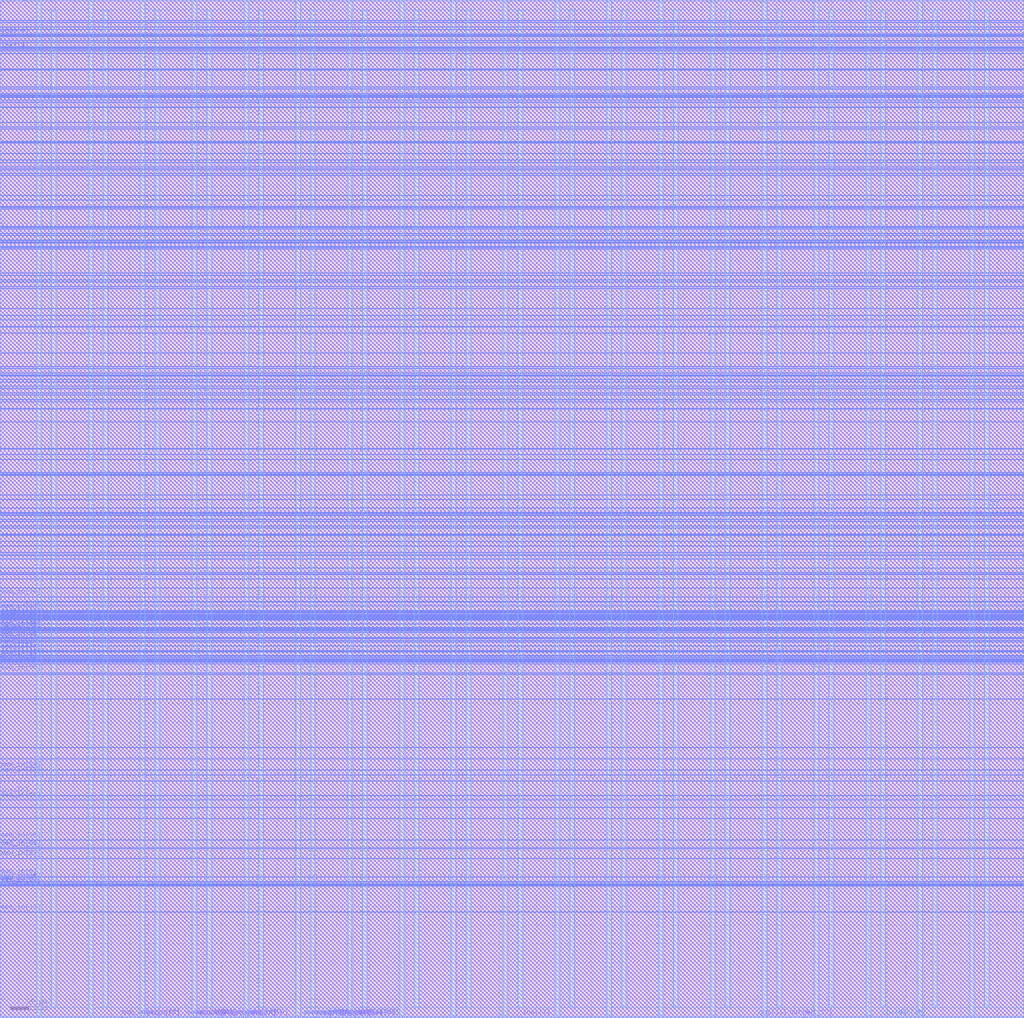
<source format=lef>
##
## LEF for PtnCells ;
## created by Innovus v15.23-s045_1 on Fri Mar  7 16:13:28 2025
##

VERSION 5.8 ;

BUSBITCHARS "[]" ;
DIVIDERCHAR "/" ;

MACRO fullchip
  CLASS BLOCK ;
  SIZE 554.0000 BY 551.0000 ;
  FOREIGN fullchip 0.0000 0.0000 ;
  ORIGIN 0 0 ;
  SYMMETRY X Y R90 ;
  PIN clk
    DIRECTION INPUT ;
    USE SIGNAL ;
    PORT
      LAYER M3 ;
        RECT 553.4800 275.7500 554.0000 275.8500 ;
    END
  END clk
  PIN mem_in[63]
    DIRECTION INPUT ;
    USE SIGNAL ;
    PORT
      LAYER M3 ;
        RECT 0.0000 217.1500 0.5200 217.2500 ;
    END
  END mem_in[63]
  PIN mem_in[62]
    DIRECTION INPUT ;
    USE SIGNAL ;
    PORT
      LAYER M3 ;
        RECT 0.0000 72.1500 0.5200 72.2500 ;
    END
  END mem_in[62]
  PIN mem_in[61]
    DIRECTION INPUT ;
    USE SIGNAL ;
    PORT
      LAYER M2 ;
        RECT 178.0500 0.0000 178.1500 0.5200 ;
    END
  END mem_in[61]
  PIN mem_in[60]
    DIRECTION INPUT ;
    USE SIGNAL ;
    PORT
      LAYER M3 ;
        RECT 0.0000 117.9500 0.5200 118.0500 ;
    END
  END mem_in[60]
  PIN mem_in[59]
    DIRECTION INPUT ;
    USE SIGNAL ;
    PORT
      LAYER M3 ;
        RECT 0.0000 215.9500 0.5200 216.0500 ;
    END
  END mem_in[59]
  PIN mem_in[58]
    DIRECTION INPUT ;
    USE SIGNAL ;
    PORT
      LAYER M3 ;
        RECT 0.0000 205.1500 0.5200 205.2500 ;
    END
  END mem_in[58]
  PIN mem_in[57]
    DIRECTION INPUT ;
    USE SIGNAL ;
    PORT
      LAYER M3 ;
        RECT 0.0000 86.1500 0.5200 86.2500 ;
    END
  END mem_in[57]
  PIN mem_in[56]
    DIRECTION INPUT ;
    USE SIGNAL ;
    PORT
      LAYER M3 ;
        RECT 0.0000 186.5500 0.5200 186.6500 ;
    END
  END mem_in[56]
  PIN mem_in[55]
    DIRECTION INPUT ;
    USE SIGNAL ;
    PORT
      LAYER M3 ;
        RECT 0.0000 91.5500 0.5200 91.6500 ;
    END
  END mem_in[55]
  PIN mem_in[54]
    DIRECTION INPUT ;
    USE SIGNAL ;
    PORT
      LAYER M3 ;
        RECT 0.0000 134.1500 0.5200 134.2500 ;
    END
  END mem_in[54]
  PIN mem_in[53]
    DIRECTION INPUT ;
    USE SIGNAL ;
    PORT
      LAYER M2 ;
        RECT 100.6500 0.0000 100.7500 0.5200 ;
    END
  END mem_in[53]
  PIN mem_in[52]
    DIRECTION INPUT ;
    USE SIGNAL ;
    PORT
      LAYER M2 ;
        RECT 164.8500 0.0000 164.9500 0.5200 ;
    END
  END mem_in[52]
  PIN mem_in[51]
    DIRECTION INPUT ;
    USE SIGNAL ;
    PORT
      LAYER M2 ;
        RECT 185.2500 0.0000 185.3500 0.5200 ;
    END
  END mem_in[51]
  PIN mem_in[50]
    DIRECTION INPUT ;
    USE SIGNAL ;
    PORT
      LAYER M2 ;
        RECT 194.2500 0.0000 194.3500 0.5200 ;
    END
  END mem_in[50]
  PIN mem_in[49]
    DIRECTION INPUT ;
    USE SIGNAL ;
    PORT
      LAYER M2 ;
        RECT 106.4500 0.0000 106.5500 0.5200 ;
    END
  END mem_in[49]
  PIN mem_in[48]
    DIRECTION INPUT ;
    USE SIGNAL ;
    PORT
      LAYER M2 ;
        RECT 123.0500 0.0000 123.1500 0.5200 ;
    END
  END mem_in[48]
  PIN mem_in[47]
    DIRECTION INPUT ;
    USE SIGNAL ;
    PORT
      LAYER M3 ;
        RECT 0.0000 201.1500 0.5200 201.2500 ;
    END
  END mem_in[47]
  PIN mem_in[46]
    DIRECTION INPUT ;
    USE SIGNAL ;
    PORT
      LAYER M3 ;
        RECT 0.0000 216.5500 0.5200 216.6500 ;
    END
  END mem_in[46]
  PIN mem_in[45]
    DIRECTION INPUT ;
    USE SIGNAL ;
    PORT
      LAYER M2 ;
        RECT 192.4500 0.0000 192.5500 0.5200 ;
    END
  END mem_in[45]
  PIN mem_in[44]
    DIRECTION INPUT ;
    USE SIGNAL ;
    PORT
      LAYER M3 ;
        RECT 0.0000 215.5500 0.5200 215.6500 ;
    END
  END mem_in[44]
  PIN mem_in[43]
    DIRECTION INPUT ;
    USE SIGNAL ;
    PORT
      LAYER M3 ;
        RECT 0.0000 209.7500 0.5200 209.8500 ;
    END
  END mem_in[43]
  PIN mem_in[42]
    DIRECTION INPUT ;
    USE SIGNAL ;
    PORT
      LAYER M3 ;
        RECT 0.0000 194.9500 0.5200 195.0500 ;
    END
  END mem_in[42]
  PIN mem_in[41]
    DIRECTION INPUT ;
    USE SIGNAL ;
    PORT
      LAYER M2 ;
        RECT 75.6500 0.0000 75.7500 0.5200 ;
    END
  END mem_in[41]
  PIN mem_in[40]
    DIRECTION INPUT ;
    USE SIGNAL ;
    PORT
      LAYER M2 ;
        RECT 119.6500 0.0000 119.7500 0.5200 ;
    END
  END mem_in[40]
  PIN mem_in[39]
    DIRECTION INPUT ;
    USE SIGNAL ;
    PORT
      LAYER M3 ;
        RECT 0.0000 211.1500 0.5200 211.2500 ;
    END
  END mem_in[39]
  PIN mem_in[38]
    DIRECTION INPUT ;
    USE SIGNAL ;
    PORT
      LAYER M2 ;
        RECT 134.0500 0.0000 134.1500 0.5200 ;
    END
  END mem_in[38]
  PIN mem_in[37]
    DIRECTION INPUT ;
    USE SIGNAL ;
    PORT
      LAYER M2 ;
        RECT 105.8500 0.0000 105.9500 0.5200 ;
    END
  END mem_in[37]
  PIN mem_in[36]
    DIRECTION INPUT ;
    USE SIGNAL ;
    PORT
      LAYER M3 ;
        RECT 0.0000 205.7500 0.5200 205.8500 ;
    END
  END mem_in[36]
  PIN mem_in[35]
    DIRECTION INPUT ;
    USE SIGNAL ;
    PORT
      LAYER M3 ;
        RECT 0.0000 96.1500 0.5200 96.2500 ;
    END
  END mem_in[35]
  PIN mem_in[34]
    DIRECTION INPUT ;
    USE SIGNAL ;
    PORT
      LAYER M2 ;
        RECT 127.6500 0.0000 127.7500 0.5200 ;
    END
  END mem_in[34]
  PIN mem_in[33]
    DIRECTION INPUT ;
    USE SIGNAL ;
    PORT
      LAYER M3 ;
        RECT 0.0000 210.1500 0.5200 210.2500 ;
    END
  END mem_in[33]
  PIN mem_in[32]
    DIRECTION INPUT ;
    USE SIGNAL ;
    PORT
      LAYER M2 ;
        RECT 104.2500 0.0000 104.3500 0.5200 ;
    END
  END mem_in[32]
  PIN mem_in[31]
    DIRECTION INPUT ;
    USE SIGNAL ;
    PORT
      LAYER M2 ;
        RECT 187.4500 0.0000 187.5500 0.5200 ;
    END
  END mem_in[31]
  PIN mem_in[30]
    DIRECTION INPUT ;
    USE SIGNAL ;
    PORT
      LAYER M2 ;
        RECT 191.8500 0.0000 191.9500 0.5200 ;
    END
  END mem_in[30]
  PIN mem_in[29]
    DIRECTION INPUT ;
    USE SIGNAL ;
    PORT
      LAYER M3 ;
        RECT 0.0000 197.9500 0.5200 198.0500 ;
    END
  END mem_in[29]
  PIN mem_in[28]
    DIRECTION INPUT ;
    USE SIGNAL ;
    PORT
      LAYER M3 ;
        RECT 0.0000 131.3500 0.5200 131.4500 ;
    END
  END mem_in[28]
  PIN mem_in[27]
    DIRECTION INPUT ;
    USE SIGNAL ;
    PORT
      LAYER M2 ;
        RECT 181.6500 0.0000 181.7500 0.5200 ;
    END
  END mem_in[27]
  PIN mem_in[26]
    DIRECTION INPUT ;
    USE SIGNAL ;
    PORT
      LAYER M2 ;
        RECT 167.8500 0.0000 167.9500 0.5200 ;
    END
  END mem_in[26]
  PIN mem_in[25]
    DIRECTION INPUT ;
    USE SIGNAL ;
    PORT
      LAYER M3 ;
        RECT 0.0000 219.3500 0.5200 219.4500 ;
    END
  END mem_in[25]
  PIN mem_in[24]
    DIRECTION INPUT ;
    USE SIGNAL ;
    PORT
      LAYER M3 ;
        RECT 0.0000 210.5500 0.5200 210.6500 ;
    END
  END mem_in[24]
  PIN mem_in[23]
    DIRECTION INPUT ;
    USE SIGNAL ;
    PORT
      LAYER M3 ;
        RECT 0.0000 209.3500 0.5200 209.4500 ;
    END
  END mem_in[23]
  PIN mem_in[22]
    DIRECTION INPUT ;
    USE SIGNAL ;
    PORT
      LAYER M2 ;
        RECT 65.4500 0.0000 65.5500 0.5200 ;
    END
  END mem_in[22]
  PIN mem_in[21]
    DIRECTION INPUT ;
    USE SIGNAL ;
    PORT
      LAYER M3 ;
        RECT 0.0000 91.9500 0.5200 92.0500 ;
    END
  END mem_in[21]
  PIN mem_in[20]
    DIRECTION INPUT ;
    USE SIGNAL ;
    PORT
      LAYER M3 ;
        RECT 0.0000 71.7500 0.5200 71.8500 ;
    END
  END mem_in[20]
  PIN mem_in[19]
    DIRECTION INPUT ;
    USE SIGNAL ;
    PORT
      LAYER M3 ;
        RECT 0.0000 191.5500 0.5200 191.6500 ;
    END
  END mem_in[19]
  PIN mem_in[18]
    DIRECTION INPUT ;
    USE SIGNAL ;
    PORT
      LAYER M3 ;
        RECT 0.0000 227.7500 0.5200 227.8500 ;
    END
  END mem_in[18]
  PIN mem_in[17]
    DIRECTION INPUT ;
    USE SIGNAL ;
    PORT
      LAYER M2 ;
        RECT 169.2500 0.0000 169.3500 0.5200 ;
    END
  END mem_in[17]
  PIN mem_in[16]
    DIRECTION INPUT ;
    USE SIGNAL ;
    PORT
      LAYER M3 ;
        RECT 0.0000 213.1500 0.5200 213.2500 ;
    END
  END mem_in[16]
  PIN mem_in[15]
    DIRECTION INPUT ;
    USE SIGNAL ;
    PORT
      LAYER M3 ;
        RECT 0.0000 73.7500 0.5200 73.8500 ;
    END
  END mem_in[15]
  PIN mem_in[14]
    DIRECTION INPUT ;
    USE SIGNAL ;
    PORT
      LAYER M3 ;
        RECT 0.0000 220.3500 0.5200 220.4500 ;
    END
  END mem_in[14]
  PIN mem_in[13]
    DIRECTION INPUT ;
    USE SIGNAL ;
    PORT
      LAYER M3 ;
        RECT 0.0000 57.1500 0.5200 57.2500 ;
    END
  END mem_in[13]
  PIN mem_in[12]
    DIRECTION INPUT ;
    USE SIGNAL ;
    PORT
      LAYER M2 ;
        RECT 171.2500 0.0000 171.3500 0.5200 ;
    END
  END mem_in[12]
  PIN mem_in[11]
    DIRECTION INPUT ;
    USE SIGNAL ;
    PORT
      LAYER M3 ;
        RECT 0.0000 204.1500 0.5200 204.2500 ;
    END
  END mem_in[11]
  PIN mem_in[10]
    DIRECTION INPUT ;
    USE SIGNAL ;
    PORT
      LAYER M2 ;
        RECT 164.2500 0.0000 164.3500 0.5200 ;
    END
  END mem_in[10]
  PIN mem_in[9]
    DIRECTION INPUT ;
    USE SIGNAL ;
    PORT
      LAYER M2 ;
        RECT 133.0500 0.0000 133.1500 0.5200 ;
    END
  END mem_in[9]
  PIN mem_in[8]
    DIRECTION INPUT ;
    USE SIGNAL ;
    PORT
      LAYER M2 ;
        RECT 77.6500 0.0000 77.7500 0.5200 ;
    END
  END mem_in[8]
  PIN mem_in[7]
    DIRECTION INPUT ;
    USE SIGNAL ;
    PORT
      LAYER M3 ;
        RECT 0.0000 203.3500 0.5200 203.4500 ;
    END
  END mem_in[7]
  PIN mem_in[6]
    DIRECTION INPUT ;
    USE SIGNAL ;
    PORT
      LAYER M3 ;
        RECT 0.0000 76.1500 0.5200 76.2500 ;
    END
  END mem_in[6]
  PIN mem_in[5]
    DIRECTION INPUT ;
    USE SIGNAL ;
    PORT
      LAYER M3 ;
        RECT 0.0000 72.7500 0.5200 72.8500 ;
    END
  END mem_in[5]
  PIN mem_in[4]
    DIRECTION INPUT ;
    USE SIGNAL ;
    PORT
      LAYER M4 ;
        RECT 164.8500 0.0000 164.9500 0.5200 ;
    END
  END mem_in[4]
  PIN mem_in[3]
    DIRECTION INPUT ;
    USE SIGNAL ;
    PORT
      LAYER M3 ;
        RECT 0.0000 208.3500 0.5200 208.4500 ;
    END
  END mem_in[3]
  PIN mem_in[2]
    DIRECTION INPUT ;
    USE SIGNAL ;
    PORT
      LAYER M3 ;
        RECT 0.0000 193.5500 0.5200 193.6500 ;
    END
  END mem_in[2]
  PIN mem_in[1]
    DIRECTION INPUT ;
    USE SIGNAL ;
    PORT
      LAYER M3 ;
        RECT 0.0000 215.1500 0.5200 215.2500 ;
    END
  END mem_in[1]
  PIN mem_in[0]
    DIRECTION INPUT ;
    USE SIGNAL ;
    PORT
      LAYER M3 ;
        RECT 0.0000 71.3500 0.5200 71.4500 ;
    END
  END mem_in[0]
  PIN inst[16]
    DIRECTION INPUT ;
    USE SIGNAL ;
    PORT
      LAYER M3 ;
        RECT 553.4800 304.7500 554.0000 304.8500 ;
    END
  END inst[16]
  PIN inst[15]
    DIRECTION INPUT ;
    USE SIGNAL ;
    PORT
      LAYER M3 ;
        RECT 0.0000 198.3500 0.5200 198.4500 ;
    END
  END inst[15]
  PIN inst[14]
    DIRECTION INPUT ;
    USE SIGNAL ;
    PORT
      LAYER M3 ;
        RECT 0.0000 195.9500 0.5200 196.0500 ;
    END
  END inst[14]
  PIN inst[13]
    DIRECTION INPUT ;
    USE SIGNAL ;
    PORT
      LAYER M3 ;
        RECT 0.0000 195.3500 0.5200 195.4500 ;
    END
  END inst[13]
  PIN inst[12]
    DIRECTION INPUT ;
    USE SIGNAL ;
    PORT
      LAYER M3 ;
        RECT 0.0000 198.7500 0.5200 198.8500 ;
    END
  END inst[12]
  PIN inst[11]
    DIRECTION INPUT ;
    USE SIGNAL ;
    PORT
      LAYER M2 ;
        RECT 268.2500 550.4800 268.3500 551.0000 ;
    END
  END inst[11]
  PIN inst[10]
    DIRECTION INPUT ;
    USE SIGNAL ;
    PORT
      LAYER M2 ;
        RECT 269.2500 550.4800 269.3500 551.0000 ;
    END
  END inst[10]
  PIN inst[9]
    DIRECTION INPUT ;
    USE SIGNAL ;
    PORT
      LAYER M2 ;
        RECT 280.2500 550.4800 280.3500 551.0000 ;
    END
  END inst[9]
  PIN inst[8]
    DIRECTION INPUT ;
    USE SIGNAL ;
    PORT
      LAYER M2 ;
        RECT 280.8500 550.4800 280.9500 551.0000 ;
    END
  END inst[8]
  PIN inst[7]
    DIRECTION INPUT ;
    USE SIGNAL ;
    PORT
      LAYER M2 ;
        RECT 282.4500 0.0000 282.5500 0.5200 ;
    END
  END inst[7]
  PIN inst[6]
    DIRECTION INPUT ;
    USE SIGNAL ;
    PORT
      LAYER M3 ;
        RECT 0.0000 120.3500 0.5200 120.4500 ;
    END
  END inst[6]
  PIN inst[5]
    DIRECTION INPUT ;
    USE SIGNAL ;
    PORT
      LAYER M3 ;
        RECT 0.0000 523.7500 0.5200 523.8500 ;
    END
  END inst[5]
  PIN inst[4]
    DIRECTION INPUT ;
    USE SIGNAL ;
    PORT
      LAYER M3 ;
        RECT 0.0000 523.3500 0.5200 523.4500 ;
    END
  END inst[4]
  PIN inst[3]
    DIRECTION INPUT ;
    USE SIGNAL ;
    PORT
      LAYER M2 ;
        RECT 12.4500 550.4800 12.5500 551.0000 ;
    END
  END inst[3]
  PIN inst[2]
    DIRECTION INPUT ;
    USE SIGNAL ;
    PORT
      LAYER M2 ;
        RECT 13.2500 550.4800 13.3500 551.0000 ;
    END
  END inst[2]
  PIN inst[1]
    DIRECTION INPUT ;
    USE SIGNAL ;
    PORT
      LAYER M3 ;
        RECT 0.0000 530.9500 0.5200 531.0500 ;
    END
  END inst[1]
  PIN inst[0]
    DIRECTION INPUT ;
    USE SIGNAL ;
    PORT
      LAYER M3 ;
        RECT 0.0000 531.9500 0.5200 532.0500 ;
    END
  END inst[0]
  PIN reset
    DIRECTION INPUT ;
    USE SIGNAL ;
    PORT
      LAYER M2 ;
        RECT 276.6500 550.4800 276.7500 551.0000 ;
    END
  END reset
  PIN out[159]
    DIRECTION OUTPUT ;
    USE SIGNAL ;
    PORT
      LAYER M3 ;
        RECT 553.4800 344.1500 554.0000 344.2500 ;
    END
  END out[159]
  PIN out[158]
    DIRECTION OUTPUT ;
    USE SIGNAL ;
    PORT
      LAYER M3 ;
        RECT 553.4800 338.1500 554.0000 338.2500 ;
    END
  END out[158]
  PIN out[157]
    DIRECTION OUTPUT ;
    USE SIGNAL ;
    PORT
      LAYER M3 ;
        RECT 553.4800 374.1500 554.0000 374.2500 ;
    END
  END out[157]
  PIN out[156]
    DIRECTION OUTPUT ;
    USE SIGNAL ;
    PORT
      LAYER M3 ;
        RECT 553.4800 370.5500 554.0000 370.6500 ;
    END
  END out[156]
  PIN out[155]
    DIRECTION OUTPUT ;
    USE SIGNAL ;
    PORT
      LAYER M3 ;
        RECT 553.4800 329.7500 554.0000 329.8500 ;
    END
  END out[155]
  PIN out[154]
    DIRECTION OUTPUT ;
    USE SIGNAL ;
    PORT
      LAYER M3 ;
        RECT 553.4800 308.1500 554.0000 308.2500 ;
    END
  END out[154]
  PIN out[153]
    DIRECTION OUTPUT ;
    USE SIGNAL ;
    PORT
      LAYER M3 ;
        RECT 553.4800 334.5500 554.0000 334.6500 ;
    END
  END out[153]
  PIN out[152]
    DIRECTION OUTPUT ;
    USE SIGNAL ;
    PORT
      LAYER M3 ;
        RECT 553.4800 399.3500 554.0000 399.4500 ;
    END
  END out[152]
  PIN out[151]
    DIRECTION OUTPUT ;
    USE SIGNAL ;
    PORT
      LAYER M3 ;
        RECT 553.4800 383.7500 554.0000 383.8500 ;
    END
  END out[151]
  PIN out[150]
    DIRECTION OUTPUT ;
    USE SIGNAL ;
    PORT
      LAYER M3 ;
        RECT 553.4800 333.3500 554.0000 333.4500 ;
    END
  END out[150]
  PIN out[149]
    DIRECTION OUTPUT ;
    USE SIGNAL ;
    PORT
      LAYER M3 ;
        RECT 553.4800 417.3500 554.0000 417.4500 ;
    END
  END out[149]
  PIN out[148]
    DIRECTION OUTPUT ;
    USE SIGNAL ;
    PORT
      LAYER M3 ;
        RECT 553.4800 348.9500 554.0000 349.0500 ;
    END
  END out[148]
  PIN out[147]
    DIRECTION OUTPUT ;
    USE SIGNAL ;
    PORT
      LAYER M3 ;
        RECT 553.4800 423.3500 554.0000 423.4500 ;
    END
  END out[147]
  PIN out[146]
    DIRECTION OUTPUT ;
    USE SIGNAL ;
    PORT
      LAYER M3 ;
        RECT 553.4800 329.3500 554.0000 329.4500 ;
    END
  END out[146]
  PIN out[145]
    DIRECTION OUTPUT ;
    USE SIGNAL ;
    PORT
      LAYER M3 ;
        RECT 553.4800 269.7500 554.0000 269.8500 ;
    END
  END out[145]
  PIN out[144]
    DIRECTION OUTPUT ;
    USE SIGNAL ;
    PORT
      LAYER M3 ;
        RECT 553.4800 359.7500 554.0000 359.8500 ;
    END
  END out[144]
  PIN out[143]
    DIRECTION OUTPUT ;
    USE SIGNAL ;
    PORT
      LAYER M3 ;
        RECT 553.4800 307.7500 554.0000 307.8500 ;
    END
  END out[143]
  PIN out[142]
    DIRECTION OUTPUT ;
    USE SIGNAL ;
    PORT
      LAYER M3 ;
        RECT 553.4800 293.7500 554.0000 293.8500 ;
    END
  END out[142]
  PIN out[141]
    DIRECTION OUTPUT ;
    USE SIGNAL ;
    PORT
      LAYER M3 ;
        RECT 553.4800 420.9500 554.0000 421.0500 ;
    END
  END out[141]
  PIN out[140]
    DIRECTION OUTPUT ;
    USE SIGNAL ;
    PORT
      LAYER M3 ;
        RECT 553.4800 345.3500 554.0000 345.4500 ;
    END
  END out[140]
  PIN out[139]
    DIRECTION OUTPUT ;
    USE SIGNAL ;
    PORT
      LAYER M3 ;
        RECT 553.4800 394.5500 554.0000 394.6500 ;
    END
  END out[139]
  PIN out[138]
    DIRECTION OUTPUT ;
    USE SIGNAL ;
    PORT
      LAYER M3 ;
        RECT 553.4800 456.9500 554.0000 457.0500 ;
    END
  END out[138]
  PIN out[137]
    DIRECTION OUTPUT ;
    USE SIGNAL ;
    PORT
      LAYER M3 ;
        RECT 553.4800 402.9500 554.0000 403.0500 ;
    END
  END out[137]
  PIN out[136]
    DIRECTION OUTPUT ;
    USE SIGNAL ;
    PORT
      LAYER M3 ;
        RECT 553.4800 473.7500 554.0000 473.8500 ;
    END
  END out[136]
  PIN out[135]
    DIRECTION OUTPUT ;
    USE SIGNAL ;
    PORT
      LAYER M3 ;
        RECT 553.4800 498.9500 554.0000 499.0500 ;
    END
  END out[135]
  PIN out[134]
    DIRECTION OUTPUT ;
    USE SIGNAL ;
    PORT
      LAYER M3 ;
        RECT 553.4800 480.9500 554.0000 481.0500 ;
    END
  END out[134]
  PIN out[133]
    DIRECTION OUTPUT ;
    USE SIGNAL ;
    PORT
      LAYER M3 ;
        RECT 553.4800 419.7500 554.0000 419.8500 ;
    END
  END out[133]
  PIN out[132]
    DIRECTION OUTPUT ;
    USE SIGNAL ;
    PORT
      LAYER M3 ;
        RECT 553.4800 373.7500 554.0000 373.8500 ;
    END
  END out[132]
  PIN out[131]
    DIRECTION OUTPUT ;
    USE SIGNAL ;
    PORT
      LAYER M3 ;
        RECT 553.4800 464.1500 554.0000 464.2500 ;
    END
  END out[131]
  PIN out[130]
    DIRECTION OUTPUT ;
    USE SIGNAL ;
    PORT
      LAYER M2 ;
        RECT 460.4500 550.4800 460.5500 551.0000 ;
    END
  END out[130]
  PIN out[129]
    DIRECTION OUTPUT ;
    USE SIGNAL ;
    PORT
      LAYER M3 ;
        RECT 553.4800 416.1500 554.0000 416.2500 ;
    END
  END out[129]
  PIN out[128]
    DIRECTION OUTPUT ;
    USE SIGNAL ;
    PORT
      LAYER M3 ;
        RECT 553.4800 532.5500 554.0000 532.6500 ;
    END
  END out[128]
  PIN out[127]
    DIRECTION OUTPUT ;
    USE SIGNAL ;
    PORT
      LAYER M3 ;
        RECT 553.4800 420.5500 554.0000 420.6500 ;
    END
  END out[127]
  PIN out[126]
    DIRECTION OUTPUT ;
    USE SIGNAL ;
    PORT
      LAYER M2 ;
        RECT 510.6500 550.4800 510.7500 551.0000 ;
    END
  END out[126]
  PIN out[125]
    DIRECTION OUTPUT ;
    USE SIGNAL ;
    PORT
      LAYER M3 ;
        RECT 553.4800 524.1500 554.0000 524.2500 ;
    END
  END out[125]
  PIN out[124]
    DIRECTION OUTPUT ;
    USE SIGNAL ;
    PORT
      LAYER M3 ;
        RECT 553.4800 437.7500 554.0000 437.8500 ;
    END
  END out[124]
  PIN out[123]
    DIRECTION OUTPUT ;
    USE SIGNAL ;
    PORT
      LAYER M3 ;
        RECT 553.4800 438.9500 554.0000 439.0500 ;
    END
  END out[123]
  PIN out[122]
    DIRECTION OUTPUT ;
    USE SIGNAL ;
    PORT
      LAYER M3 ;
        RECT 553.4800 495.3500 554.0000 495.4500 ;
    END
  END out[122]
  PIN out[121]
    DIRECTION OUTPUT ;
    USE SIGNAL ;
    PORT
      LAYER M3 ;
        RECT 553.4800 442.5500 554.0000 442.6500 ;
    END
  END out[121]
  PIN out[120]
    DIRECTION OUTPUT ;
    USE SIGNAL ;
    PORT
      LAYER M3 ;
        RECT 553.4800 380.1500 554.0000 380.2500 ;
    END
  END out[120]
  PIN out[119]
    DIRECTION OUTPUT ;
    USE SIGNAL ;
    PORT
      LAYER M3 ;
        RECT 553.4800 264.9500 554.0000 265.0500 ;
    END
  END out[119]
  PIN out[118]
    DIRECTION OUTPUT ;
    USE SIGNAL ;
    PORT
      LAYER M3 ;
        RECT 553.4800 192.9500 554.0000 193.0500 ;
    END
  END out[118]
  PIN out[117]
    DIRECTION OUTPUT ;
    USE SIGNAL ;
    PORT
      LAYER M3 ;
        RECT 553.4800 272.1500 554.0000 272.2500 ;
    END
  END out[117]
  PIN out[116]
    DIRECTION OUTPUT ;
    USE SIGNAL ;
    PORT
      LAYER M3 ;
        RECT 553.4800 219.3500 554.0000 219.4500 ;
    END
  END out[116]
  PIN out[115]
    DIRECTION OUTPUT ;
    USE SIGNAL ;
    PORT
      LAYER M3 ;
        RECT 553.4800 268.5500 554.0000 268.6500 ;
    END
  END out[115]
  PIN out[114]
    DIRECTION OUTPUT ;
    USE SIGNAL ;
    PORT
      LAYER M3 ;
        RECT 553.4800 261.3500 554.0000 261.4500 ;
    END
  END out[114]
  PIN out[113]
    DIRECTION OUTPUT ;
    USE SIGNAL ;
    PORT
      LAYER M3 ;
        RECT 553.4800 293.3500 554.0000 293.4500 ;
    END
  END out[113]
  PIN out[112]
    DIRECTION OUTPUT ;
    USE SIGNAL ;
    PORT
      LAYER M3 ;
        RECT 553.4800 192.5500 554.0000 192.6500 ;
    END
  END out[112]
  PIN out[111]
    DIRECTION OUTPUT ;
    USE SIGNAL ;
    PORT
      LAYER M3 ;
        RECT 553.4800 280.5500 554.0000 280.6500 ;
    END
  END out[111]
  PIN out[110]
    DIRECTION OUTPUT ;
    USE SIGNAL ;
    PORT
      LAYER M3 ;
        RECT 553.4800 322.5500 554.0000 322.6500 ;
    END
  END out[110]
  PIN out[109]
    DIRECTION OUTPUT ;
    USE SIGNAL ;
    PORT
      LAYER M3 ;
        RECT 553.4800 128.1500 554.0000 128.2500 ;
    END
  END out[109]
  PIN out[108]
    DIRECTION OUTPUT ;
    USE SIGNAL ;
    PORT
      LAYER M3 ;
        RECT 553.4800 232.5500 554.0000 232.6500 ;
    END
  END out[108]
  PIN out[107]
    DIRECTION OUTPUT ;
    USE SIGNAL ;
    PORT
      LAYER M3 ;
        RECT 553.4800 215.7500 554.0000 215.8500 ;
    END
  END out[107]
  PIN out[106]
    DIRECTION OUTPUT ;
    USE SIGNAL ;
    PORT
      LAYER M3 ;
        RECT 553.4800 341.7500 554.0000 341.8500 ;
    END
  END out[106]
  PIN out[105]
    DIRECTION OUTPUT ;
    USE SIGNAL ;
    PORT
      LAYER M3 ;
        RECT 553.4800 271.7500 554.0000 271.8500 ;
    END
  END out[105]
  PIN out[104]
    DIRECTION OUTPUT ;
    USE SIGNAL ;
    PORT
      LAYER M3 ;
        RECT 553.4800 185.7500 554.0000 185.8500 ;
    END
  END out[104]
  PIN out[103]
    DIRECTION OUTPUT ;
    USE SIGNAL ;
    PORT
      LAYER M3 ;
        RECT 553.4800 251.7500 554.0000 251.8500 ;
    END
  END out[103]
  PIN out[102]
    DIRECTION OUTPUT ;
    USE SIGNAL ;
    PORT
      LAYER M3 ;
        RECT 553.4800 266.1500 554.0000 266.2500 ;
    END
  END out[102]
  PIN out[101]
    DIRECTION OUTPUT ;
    USE SIGNAL ;
    PORT
      LAYER M3 ;
        RECT 553.4800 282.9500 554.0000 283.0500 ;
    END
  END out[101]
  PIN out[100]
    DIRECTION OUTPUT ;
    USE SIGNAL ;
    PORT
      LAYER M3 ;
        RECT 553.4800 260.9500 554.0000 261.0500 ;
    END
  END out[100]
  PIN out[99]
    DIRECTION OUTPUT ;
    USE SIGNAL ;
    PORT
      LAYER M2 ;
        RECT 519.0500 550.4800 519.1500 551.0000 ;
    END
  END out[99]
  PIN out[98]
    DIRECTION OUTPUT ;
    USE SIGNAL ;
    PORT
      LAYER M3 ;
        RECT 553.4800 498.5500 554.0000 498.6500 ;
    END
  END out[98]
  PIN out[97]
    DIRECTION OUTPUT ;
    USE SIGNAL ;
    PORT
      LAYER M3 ;
        RECT 553.4800 500.1500 554.0000 500.2500 ;
    END
  END out[97]
  PIN out[96]
    DIRECTION OUTPUT ;
    USE SIGNAL ;
    PORT
      LAYER M3 ;
        RECT 553.4800 536.1500 554.0000 536.2500 ;
    END
  END out[96]
  PIN out[95]
    DIRECTION OUTPUT ;
    USE SIGNAL ;
    PORT
      LAYER M2 ;
        RECT 477.2500 550.4800 477.3500 551.0000 ;
    END
  END out[95]
  PIN out[94]
    DIRECTION OUTPUT ;
    USE SIGNAL ;
    PORT
      LAYER M2 ;
        RECT 443.6500 550.4800 443.7500 551.0000 ;
    END
  END out[94]
  PIN out[93]
    DIRECTION OUTPUT ;
    USE SIGNAL ;
    PORT
      LAYER M3 ;
        RECT 553.4800 513.3500 554.0000 513.4500 ;
    END
  END out[93]
  PIN out[92]
    DIRECTION OUTPUT ;
    USE SIGNAL ;
    PORT
      LAYER M3 ;
        RECT 553.4800 538.5500 554.0000 538.6500 ;
    END
  END out[92]
  PIN out[91]
    DIRECTION OUTPUT ;
    USE SIGNAL ;
    PORT
      LAYER M3 ;
        RECT 553.4800 455.7500 554.0000 455.8500 ;
    END
  END out[91]
  PIN out[90]
    DIRECTION OUTPUT ;
    USE SIGNAL ;
    PORT
      LAYER M3 ;
        RECT 553.4800 531.3500 554.0000 531.4500 ;
    END
  END out[90]
  PIN out[89]
    DIRECTION OUTPUT ;
    USE SIGNAL ;
    PORT
      LAYER M3 ;
        RECT 553.4800 534.9500 554.0000 535.0500 ;
    END
  END out[89]
  PIN out[88]
    DIRECTION OUTPUT ;
    USE SIGNAL ;
    PORT
      LAYER M3 ;
        RECT 553.4800 528.9500 554.0000 529.0500 ;
    END
  END out[88]
  PIN out[87]
    DIRECTION OUTPUT ;
    USE SIGNAL ;
    PORT
      LAYER M3 ;
        RECT 553.4800 492.9500 554.0000 493.0500 ;
    END
  END out[87]
  PIN out[86]
    DIRECTION OUTPUT ;
    USE SIGNAL ;
    PORT
      LAYER M3 ;
        RECT 553.4800 462.9500 554.0000 463.0500 ;
    END
  END out[86]
  PIN out[85]
    DIRECTION OUTPUT ;
    USE SIGNAL ;
    PORT
      LAYER M3 ;
        RECT 553.4800 530.9500 554.0000 531.0500 ;
    END
  END out[85]
  PIN out[84]
    DIRECTION OUTPUT ;
    USE SIGNAL ;
    PORT
      LAYER M3 ;
        RECT 553.4800 459.3500 554.0000 459.4500 ;
    END
  END out[84]
  PIN out[83]
    DIRECTION OUTPUT ;
    USE SIGNAL ;
    PORT
      LAYER M3 ;
        RECT 553.4800 496.5500 554.0000 496.6500 ;
    END
  END out[83]
  PIN out[82]
    DIRECTION OUTPUT ;
    USE SIGNAL ;
    PORT
      LAYER M3 ;
        RECT 553.4800 426.9500 554.0000 427.0500 ;
    END
  END out[82]
  PIN out[81]
    DIRECTION OUTPUT ;
    USE SIGNAL ;
    PORT
      LAYER M3 ;
        RECT 553.4800 484.5500 554.0000 484.6500 ;
    END
  END out[81]
  PIN out[80]
    DIRECTION OUTPUT ;
    USE SIGNAL ;
    PORT
      LAYER M3 ;
        RECT 553.4800 512.9500 554.0000 513.0500 ;
    END
  END out[80]
  PIN out[79]
    DIRECTION OUTPUT ;
    USE SIGNAL ;
    PORT
      LAYER M3 ;
        RECT 553.4800 351.3500 554.0000 351.4500 ;
    END
  END out[79]
  PIN out[78]
    DIRECTION OUTPUT ;
    USE SIGNAL ;
    PORT
      LAYER M3 ;
        RECT 553.4800 499.3500 554.0000 499.4500 ;
    END
  END out[78]
  PIN out[77]
    DIRECTION OUTPUT ;
    USE SIGNAL ;
    PORT
      LAYER M3 ;
        RECT 553.4800 444.9500 554.0000 445.0500 ;
    END
  END out[77]
  PIN out[76]
    DIRECTION OUTPUT ;
    USE SIGNAL ;
    PORT
      LAYER M2 ;
        RECT 502.2500 550.4800 502.3500 551.0000 ;
    END
  END out[76]
  PIN out[75]
    DIRECTION OUTPUT ;
    USE SIGNAL ;
    PORT
      LAYER M3 ;
        RECT 553.4800 428.1500 554.0000 428.2500 ;
    END
  END out[75]
  PIN out[74]
    DIRECTION OUTPUT ;
    USE SIGNAL ;
    PORT
      LAYER M3 ;
        RECT 553.4800 424.5500 554.0000 424.6500 ;
    END
  END out[74]
  PIN out[73]
    DIRECTION OUTPUT ;
    USE SIGNAL ;
    PORT
      LAYER M3 ;
        RECT 553.4800 398.1500 554.0000 398.2500 ;
    END
  END out[73]
  PIN out[72]
    DIRECTION OUTPUT ;
    USE SIGNAL ;
    PORT
      LAYER M3 ;
        RECT 553.4800 225.3500 554.0000 225.4500 ;
    END
  END out[72]
  PIN out[71]
    DIRECTION OUTPUT ;
    USE SIGNAL ;
    PORT
      LAYER M3 ;
        RECT 553.4800 416.9500 554.0000 417.0500 ;
    END
  END out[71]
  PIN out[70]
    DIRECTION OUTPUT ;
    USE SIGNAL ;
    PORT
      LAYER M3 ;
        RECT 553.4800 521.7500 554.0000 521.8500 ;
    END
  END out[70]
  PIN out[69]
    DIRECTION OUTPUT ;
    USE SIGNAL ;
    PORT
      LAYER M3 ;
        RECT 553.4800 401.7500 554.0000 401.8500 ;
    END
  END out[69]
  PIN out[68]
    DIRECTION OUTPUT ;
    USE SIGNAL ;
    PORT
      LAYER M3 ;
        RECT 553.4800 503.7500 554.0000 503.8500 ;
    END
  END out[68]
  PIN out[67]
    DIRECTION OUTPUT ;
    USE SIGNAL ;
    PORT
      LAYER M4 ;
        RECT 519.0500 550.4800 519.1500 551.0000 ;
    END
  END out[67]
  PIN out[66]
    DIRECTION OUTPUT ;
    USE SIGNAL ;
    PORT
      LAYER M3 ;
        RECT 553.4800 377.7500 554.0000 377.8500 ;
    END
  END out[66]
  PIN out[65]
    DIRECTION OUTPUT ;
    USE SIGNAL ;
    PORT
      LAYER M3 ;
        RECT 553.4800 532.1500 554.0000 532.2500 ;
    END
  END out[65]
  PIN out[64]
    DIRECTION OUTPUT ;
    USE SIGNAL ;
    PORT
      LAYER M3 ;
        RECT 553.4800 427.7500 554.0000 427.8500 ;
    END
  END out[64]
  PIN out[63]
    DIRECTION OUTPUT ;
    USE SIGNAL ;
    PORT
      LAYER M3 ;
        RECT 553.4800 395.7500 554.0000 395.8500 ;
    END
  END out[63]
  PIN out[62]
    DIRECTION OUTPUT ;
    USE SIGNAL ;
    PORT
      LAYER M3 ;
        RECT 553.4800 460.5500 554.0000 460.6500 ;
    END
  END out[62]
  PIN out[61]
    DIRECTION OUTPUT ;
    USE SIGNAL ;
    PORT
      LAYER M3 ;
        RECT 553.4800 352.5500 554.0000 352.6500 ;
    END
  END out[61]
  PIN out[60]
    DIRECTION OUTPUT ;
    USE SIGNAL ;
    PORT
      LAYER M3 ;
        RECT 553.4800 502.5500 554.0000 502.6500 ;
    END
  END out[60]
  PIN out[59]
    DIRECTION OUTPUT ;
    USE SIGNAL ;
    PORT
      LAYER M3 ;
        RECT 553.4800 492.5500 554.0000 492.6500 ;
    END
  END out[59]
  PIN out[58]
    DIRECTION OUTPUT ;
    USE SIGNAL ;
    PORT
      LAYER M2 ;
        RECT 527.4500 550.4800 527.5500 551.0000 ;
    END
  END out[58]
  PIN out[57]
    DIRECTION OUTPUT ;
    USE SIGNAL ;
    PORT
      LAYER M3 ;
        RECT 553.4800 473.3500 554.0000 473.4500 ;
    END
  END out[57]
  PIN out[56]
    DIRECTION OUTPUT ;
    USE SIGNAL ;
    PORT
      LAYER M2 ;
        RECT 535.8500 550.4800 535.9500 551.0000 ;
    END
  END out[56]
  PIN out[55]
    DIRECTION OUTPUT ;
    USE SIGNAL ;
    PORT
      LAYER M4 ;
        RECT 535.8500 550.4800 535.9500 551.0000 ;
    END
  END out[55]
  PIN out[54]
    DIRECTION OUTPUT ;
    USE SIGNAL ;
    PORT
      LAYER M2 ;
        RECT 447.6500 550.4800 447.7500 551.0000 ;
    END
  END out[54]
  PIN out[53]
    DIRECTION OUTPUT ;
    USE SIGNAL ;
    PORT
      LAYER M3 ;
        RECT 553.4800 467.7500 554.0000 467.8500 ;
    END
  END out[53]
  PIN out[52]
    DIRECTION OUTPUT ;
    USE SIGNAL ;
    PORT
      LAYER M3 ;
        RECT 553.4800 527.7500 554.0000 527.8500 ;
    END
  END out[52]
  PIN out[51]
    DIRECTION OUTPUT ;
    USE SIGNAL ;
    PORT
      LAYER M3 ;
        RECT 553.4800 539.7500 554.0000 539.8500 ;
    END
  END out[51]
  PIN out[50]
    DIRECTION OUTPUT ;
    USE SIGNAL ;
    PORT
      LAYER M3 ;
        RECT 553.4800 419.3500 554.0000 419.4500 ;
    END
  END out[50]
  PIN out[49]
    DIRECTION OUTPUT ;
    USE SIGNAL ;
    PORT
      LAYER M4 ;
        RECT 510.6500 550.4800 510.7500 551.0000 ;
    END
  END out[49]
  PIN out[48]
    DIRECTION OUTPUT ;
    USE SIGNAL ;
    PORT
      LAYER M3 ;
        RECT 553.4800 525.3500 554.0000 525.4500 ;
    END
  END out[48]
  PIN out[47]
    DIRECTION OUTPUT ;
    USE SIGNAL ;
    PORT
      LAYER M3 ;
        RECT 553.4800 482.1500 554.0000 482.2500 ;
    END
  END out[47]
  PIN out[46]
    DIRECTION OUTPUT ;
    USE SIGNAL ;
    PORT
      LAYER M3 ;
        RECT 553.4800 474.1500 554.0000 474.2500 ;
    END
  END out[46]
  PIN out[45]
    DIRECTION OUTPUT ;
    USE SIGNAL ;
    PORT
      LAYER M2 ;
        RECT 510.2500 550.4800 510.3500 551.0000 ;
    END
  END out[45]
  PIN out[44]
    DIRECTION OUTPUT ;
    USE SIGNAL ;
    PORT
      LAYER M2 ;
        RECT 511.0500 550.4800 511.1500 551.0000 ;
    END
  END out[44]
  PIN out[43]
    DIRECTION OUTPUT ;
    USE SIGNAL ;
    PORT
      LAYER M3 ;
        RECT 553.4800 458.9500 554.0000 459.0500 ;
    END
  END out[43]
  PIN out[42]
    DIRECTION OUTPUT ;
    USE SIGNAL ;
    PORT
      LAYER M3 ;
        RECT 553.4800 438.5500 554.0000 438.6500 ;
    END
  END out[42]
  PIN out[41]
    DIRECTION OUTPUT ;
    USE SIGNAL ;
    PORT
      LAYER M3 ;
        RECT 553.4800 524.9500 554.0000 525.0500 ;
    END
  END out[41]
  PIN out[40]
    DIRECTION OUTPUT ;
    USE SIGNAL ;
    PORT
      LAYER M3 ;
        RECT 553.4800 498.1500 554.0000 498.2500 ;
    END
  END out[40]
  PIN out[39]
    DIRECTION OUTPUT ;
    USE SIGNAL ;
    PORT
      LAYER M3 ;
        RECT 553.4800 218.9500 554.0000 219.0500 ;
    END
  END out[39]
  PIN out[38]
    DIRECTION OUTPUT ;
    USE SIGNAL ;
    PORT
      LAYER M3 ;
        RECT 553.4800 107.7500 554.0000 107.8500 ;
    END
  END out[38]
  PIN out[37]
    DIRECTION OUTPUT ;
    USE SIGNAL ;
    PORT
      LAYER M3 ;
        RECT 553.4800 219.7500 554.0000 219.8500 ;
    END
  END out[37]
  PIN out[36]
    DIRECTION OUTPUT ;
    USE SIGNAL ;
    PORT
      LAYER M3 ;
        RECT 553.4800 250.5500 554.0000 250.6500 ;
    END
  END out[36]
  PIN out[35]
    DIRECTION OUTPUT ;
    USE SIGNAL ;
    PORT
      LAYER M3 ;
        RECT 553.4800 257.7500 554.0000 257.8500 ;
    END
  END out[35]
  PIN out[34]
    DIRECTION OUTPUT ;
    USE SIGNAL ;
    PORT
      LAYER M3 ;
        RECT 553.4800 294.9500 554.0000 295.0500 ;
    END
  END out[34]
  PIN out[33]
    DIRECTION OUTPUT ;
    USE SIGNAL ;
    PORT
      LAYER M3 ;
        RECT 553.4800 273.3500 554.0000 273.4500 ;
    END
  END out[33]
  PIN out[32]
    DIRECTION OUTPUT ;
    USE SIGNAL ;
    PORT
      LAYER M3 ;
        RECT 553.4800 243.3500 554.0000 243.4500 ;
    END
  END out[32]
  PIN out[31]
    DIRECTION OUTPUT ;
    USE SIGNAL ;
    PORT
      LAYER M3 ;
        RECT 553.4800 194.1500 554.0000 194.2500 ;
    END
  END out[31]
  PIN out[30]
    DIRECTION OUTPUT ;
    USE SIGNAL ;
    PORT
      LAYER M3 ;
        RECT 553.4800 272.9500 554.0000 273.0500 ;
    END
  END out[30]
  PIN out[29]
    DIRECTION OUTPUT ;
    USE SIGNAL ;
    PORT
      LAYER M3 ;
        RECT 553.4800 240.9500 554.0000 241.0500 ;
    END
  END out[29]
  PIN out[28]
    DIRECTION OUTPUT ;
    USE SIGNAL ;
    PORT
      LAYER M3 ;
        RECT 553.4800 255.3500 554.0000 255.4500 ;
    END
  END out[28]
  PIN out[27]
    DIRECTION OUTPUT ;
    USE SIGNAL ;
    PORT
      LAYER M3 ;
        RECT 553.4800 248.1500 554.0000 248.2500 ;
    END
  END out[27]
  PIN out[26]
    DIRECTION OUTPUT ;
    USE SIGNAL ;
    PORT
      LAYER M3 ;
        RECT 553.4800 218.1500 554.0000 218.2500 ;
    END
  END out[26]
  PIN out[25]
    DIRECTION OUTPUT ;
    USE SIGNAL ;
    PORT
      LAYER M3 ;
        RECT 553.4800 215.3500 554.0000 215.4500 ;
    END
  END out[25]
  PIN out[24]
    DIRECTION OUTPUT ;
    USE SIGNAL ;
    PORT
      LAYER M3 ;
        RECT 553.4800 250.1500 554.0000 250.2500 ;
    END
  END out[24]
  PIN out[23]
    DIRECTION OUTPUT ;
    USE SIGNAL ;
    PORT
      LAYER M3 ;
        RECT 553.4800 217.7500 554.0000 217.8500 ;
    END
  END out[23]
  PIN out[22]
    DIRECTION OUTPUT ;
    USE SIGNAL ;
    PORT
      LAYER M3 ;
        RECT 553.4800 239.7500 554.0000 239.8500 ;
    END
  END out[22]
  PIN out[21]
    DIRECTION OUTPUT ;
    USE SIGNAL ;
    PORT
      LAYER M3 ;
        RECT 553.4800 237.3500 554.0000 237.4500 ;
    END
  END out[21]
  PIN out[20]
    DIRECTION OUTPUT ;
    USE SIGNAL ;
    PORT
      LAYER M3 ;
        RECT 553.4800 172.5500 554.0000 172.6500 ;
    END
  END out[20]
  PIN out[19]
    DIRECTION OUTPUT ;
    USE SIGNAL ;
    PORT
      LAYER M3 ;
        RECT 553.4800 224.9500 554.0000 225.0500 ;
    END
  END out[19]
  PIN out[18]
    DIRECTION OUTPUT ;
    USE SIGNAL ;
    PORT
      LAYER M2 ;
        RECT 485.6500 0.0000 485.7500 0.5200 ;
    END
  END out[18]
  PIN out[17]
    DIRECTION OUTPUT ;
    USE SIGNAL ;
    PORT
      LAYER M2 ;
        RECT 435.2500 0.0000 435.3500 0.5200 ;
    END
  END out[17]
  PIN out[16]
    DIRECTION OUTPUT ;
    USE SIGNAL ;
    PORT
      LAYER M4 ;
        RECT 485.6500 0.0000 485.7500 0.5200 ;
    END
  END out[16]
  PIN out[15]
    DIRECTION OUTPUT ;
    USE SIGNAL ;
    PORT
      LAYER M3 ;
        RECT 553.4800 340.5500 554.0000 340.6500 ;
    END
  END out[15]
  PIN out[14]
    DIRECTION OUTPUT ;
    USE SIGNAL ;
    PORT
      LAYER M3 ;
        RECT 553.4800 302.1500 554.0000 302.2500 ;
    END
  END out[14]
  PIN out[13]
    DIRECTION OUTPUT ;
    USE SIGNAL ;
    PORT
      LAYER M3 ;
        RECT 553.4800 140.1500 554.0000 140.2500 ;
    END
  END out[13]
  PIN out[12]
    DIRECTION OUTPUT ;
    USE SIGNAL ;
    PORT
      LAYER M3 ;
        RECT 553.4800 294.1500 554.0000 294.2500 ;
    END
  END out[12]
  PIN out[11]
    DIRECTION OUTPUT ;
    USE SIGNAL ;
    PORT
      LAYER M2 ;
        RECT 410.4500 0.0000 410.5500 0.5200 ;
    END
  END out[11]
  PIN out[10]
    DIRECTION OUTPUT ;
    USE SIGNAL ;
    PORT
      LAYER M3 ;
        RECT 553.4800 261.7500 554.0000 261.8500 ;
    END
  END out[10]
  PIN out[9]
    DIRECTION OUTPUT ;
    USE SIGNAL ;
    PORT
      LAYER M3 ;
        RECT 553.4800 347.7500 554.0000 347.8500 ;
    END
  END out[9]
  PIN out[8]
    DIRECTION OUTPUT ;
    USE SIGNAL ;
    PORT
      LAYER M2 ;
        RECT 427.0500 0.0000 427.1500 0.5200 ;
    END
  END out[8]
  PIN out[7]
    DIRECTION OUTPUT ;
    USE SIGNAL ;
    PORT
      LAYER M3 ;
        RECT 553.4800 146.1500 554.0000 146.2500 ;
    END
  END out[7]
  PIN out[6]
    DIRECTION OUTPUT ;
    USE SIGNAL ;
    PORT
      LAYER M2 ;
        RECT 477.2500 0.0000 477.3500 0.5200 ;
    END
  END out[6]
  PIN out[5]
    DIRECTION OUTPUT ;
    USE SIGNAL ;
    PORT
      LAYER M3 ;
        RECT 553.4800 222.9500 554.0000 223.0500 ;
    END
  END out[5]
  PIN out[4]
    DIRECTION OUTPUT ;
    USE SIGNAL ;
    PORT
      LAYER M3 ;
        RECT 553.4800 240.5500 554.0000 240.6500 ;
    END
  END out[4]
  PIN out[3]
    DIRECTION OUTPUT ;
    USE SIGNAL ;
    PORT
      LAYER M3 ;
        RECT 553.4800 336.9500 554.0000 337.0500 ;
    END
  END out[3]
  PIN out[2]
    DIRECTION OUTPUT ;
    USE SIGNAL ;
    PORT
      LAYER M3 ;
        RECT 553.4800 347.3500 554.0000 347.4500 ;
    END
  END out[2]
  PIN out[1]
    DIRECTION OUTPUT ;
    USE SIGNAL ;
    PORT
      LAYER M4 ;
        RECT 477.2500 0.0000 477.3500 0.5200 ;
    END
  END out[1]
  PIN out[0]
    DIRECTION OUTPUT ;
    USE SIGNAL ;
    PORT
      LAYER M3 ;
        RECT 553.4800 113.7500 554.0000 113.8500 ;
    END
  END out[0]
  PIN VSS
    DIRECTION INOUT ;
    USE GROUND ;

# P/G power stripe data as pin
    PORT
      LAYER M4 ;
        RECT 196.3300 6.0000 198.3300 545.0000 ;
        RECT 168.2750 6.0000 170.2750 545.0000 ;
        RECT 140.2200 6.0000 142.2200 545.0000 ;
        RECT 112.1650 6.0000 114.1650 545.0000 ;
        RECT 84.1100 6.0000 86.1100 545.0000 ;
        RECT 56.0550 6.0000 58.0550 545.0000 ;
        RECT 28.0000 6.0000 30.0000 545.0000 ;
        RECT 224.3850 6.0000 226.3850 545.0000 ;
        RECT 252.4400 6.0000 254.4400 545.0000 ;
        RECT 280.4950 6.0000 282.4950 545.0000 ;
        RECT 308.5500 6.0000 310.5500 545.0000 ;
        RECT 336.6050 6.0000 338.6050 545.0000 ;
        RECT 364.6600 6.0000 366.6600 545.0000 ;
        RECT 392.7150 6.0000 394.7150 545.0000 ;
        RECT 420.7700 6.0000 422.7700 545.0000 ;
        RECT 448.8250 6.0000 450.8250 545.0000 ;
        RECT 476.8800 6.0000 478.8800 545.0000 ;
        RECT 504.9350 6.0000 506.9350 545.0000 ;
        RECT 532.9900 6.0000 534.9900 545.0000 ;
    END
# end of P/G power stripe data as pin

  END VSS
  PIN VDD
    DIRECTION INOUT ;
    USE POWER ;

# P/G power stripe data as pin
    PORT
      LAYER M4 ;
        RECT 272.4950 1.0000 274.4950 550.0000 ;
        RECT 244.4400 1.0000 246.4400 550.0000 ;
        RECT 216.3850 1.0000 218.3850 550.0000 ;
        RECT 188.3300 1.0000 190.3300 550.0000 ;
        RECT 160.2750 1.0000 162.2750 550.0000 ;
        RECT 132.2200 1.0000 134.2200 550.0000 ;
        RECT 104.1650 1.0000 106.1650 550.0000 ;
        RECT 76.1100 1.0000 78.1100 550.0000 ;
        RECT 48.0550 1.0000 50.0550 550.0000 ;
        RECT 20.0000 1.0000 22.0000 550.0000 ;
        RECT 524.9900 1.0000 526.9900 550.0000 ;
        RECT 496.9350 1.0000 498.9350 550.0000 ;
        RECT 468.8800 1.0000 470.8800 550.0000 ;
        RECT 440.8250 1.0000 442.8250 550.0000 ;
        RECT 412.7700 1.0000 414.7700 550.0000 ;
        RECT 384.7150 1.0000 386.7150 550.0000 ;
        RECT 356.6600 1.0000 358.6600 550.0000 ;
        RECT 328.6050 1.0000 330.6050 550.0000 ;
        RECT 300.5500 1.0000 302.5500 550.0000 ;
    END
# end of P/G power stripe data as pin

  END VDD
  OBS
    LAYER M1 ;
      RECT 0.0000 0.0000 554.0000 551.0000 ;
    LAYER M2 ;
      RECT 536.0500 550.3800 554.0000 551.0000 ;
      RECT 527.6500 550.3800 535.7500 551.0000 ;
      RECT 519.2500 550.3800 527.3500 551.0000 ;
      RECT 511.2500 550.3800 518.9500 551.0000 ;
      RECT 510.8500 550.3800 510.9500 551.0000 ;
      RECT 510.4500 550.3800 510.5500 551.0000 ;
      RECT 502.4500 550.3800 510.1500 551.0000 ;
      RECT 477.4500 550.3800 502.1500 551.0000 ;
      RECT 460.6500 550.3800 477.1500 551.0000 ;
      RECT 447.8500 550.3800 460.3500 551.0000 ;
      RECT 443.8500 550.3800 447.5500 551.0000 ;
      RECT 281.0500 550.3800 443.5500 551.0000 ;
      RECT 280.4500 550.3800 280.7500 551.0000 ;
      RECT 276.8500 550.3800 280.1500 551.0000 ;
      RECT 269.4500 550.3800 276.5500 551.0000 ;
      RECT 268.4500 550.3800 269.1500 551.0000 ;
      RECT 13.4500 550.3800 268.1500 551.0000 ;
      RECT 12.6500 550.3800 13.1500 551.0000 ;
      RECT 0.0000 550.3800 12.3500 551.0000 ;
      RECT 0.0000 0.6200 554.0000 550.3800 ;
      RECT 485.8500 0.0000 554.0000 0.6200 ;
      RECT 477.4500 0.0000 485.5500 0.6200 ;
      RECT 435.4500 0.0000 477.1500 0.6200 ;
      RECT 427.2500 0.0000 435.1500 0.6200 ;
      RECT 410.6500 0.0000 426.9500 0.6200 ;
      RECT 282.6500 0.0000 410.3500 0.6200 ;
      RECT 194.4500 0.0000 282.3500 0.6200 ;
      RECT 192.6500 0.0000 194.1500 0.6200 ;
      RECT 192.0500 0.0000 192.3500 0.6200 ;
      RECT 187.6500 0.0000 191.7500 0.6200 ;
      RECT 185.4500 0.0000 187.3500 0.6200 ;
      RECT 181.8500 0.0000 185.1500 0.6200 ;
      RECT 178.2500 0.0000 181.5500 0.6200 ;
      RECT 171.4500 0.0000 177.9500 0.6200 ;
      RECT 169.4500 0.0000 171.1500 0.6200 ;
      RECT 168.0500 0.0000 169.1500 0.6200 ;
      RECT 165.0500 0.0000 167.7500 0.6200 ;
      RECT 164.4500 0.0000 164.7500 0.6200 ;
      RECT 134.2500 0.0000 164.1500 0.6200 ;
      RECT 133.2500 0.0000 133.9500 0.6200 ;
      RECT 127.8500 0.0000 132.9500 0.6200 ;
      RECT 123.2500 0.0000 127.5500 0.6200 ;
      RECT 119.8500 0.0000 122.9500 0.6200 ;
      RECT 106.6500 0.0000 119.5500 0.6200 ;
      RECT 106.0500 0.0000 106.3500 0.6200 ;
      RECT 104.4500 0.0000 105.7500 0.6200 ;
      RECT 100.8500 0.0000 104.1500 0.6200 ;
      RECT 77.8500 0.0000 100.5500 0.6200 ;
      RECT 75.8500 0.0000 77.5500 0.6200 ;
      RECT 65.6500 0.0000 75.5500 0.6200 ;
      RECT 0.0000 0.0000 65.3500 0.6200 ;
    LAYER M3 ;
      RECT 0.0000 539.9500 554.0000 551.0000 ;
      RECT 0.0000 539.6500 553.3800 539.9500 ;
      RECT 0.0000 538.7500 554.0000 539.6500 ;
      RECT 0.0000 538.4500 553.3800 538.7500 ;
      RECT 0.0000 536.3500 554.0000 538.4500 ;
      RECT 0.0000 536.0500 553.3800 536.3500 ;
      RECT 0.0000 535.1500 554.0000 536.0500 ;
      RECT 0.0000 534.8500 553.3800 535.1500 ;
      RECT 0.0000 532.7500 554.0000 534.8500 ;
      RECT 0.0000 532.4500 553.3800 532.7500 ;
      RECT 0.0000 532.3500 554.0000 532.4500 ;
      RECT 0.0000 532.1500 553.3800 532.3500 ;
      RECT 0.6200 532.0500 553.3800 532.1500 ;
      RECT 0.6200 531.8500 554.0000 532.0500 ;
      RECT 0.0000 531.5500 554.0000 531.8500 ;
      RECT 0.0000 531.2500 553.3800 531.5500 ;
      RECT 0.0000 531.1500 554.0000 531.2500 ;
      RECT 0.6200 530.8500 553.3800 531.1500 ;
      RECT 0.0000 529.1500 554.0000 530.8500 ;
      RECT 0.0000 528.8500 553.3800 529.1500 ;
      RECT 0.0000 527.9500 554.0000 528.8500 ;
      RECT 0.0000 527.6500 553.3800 527.9500 ;
      RECT 0.0000 525.5500 554.0000 527.6500 ;
      RECT 0.0000 525.2500 553.3800 525.5500 ;
      RECT 0.0000 525.1500 554.0000 525.2500 ;
      RECT 0.0000 524.8500 553.3800 525.1500 ;
      RECT 0.0000 524.3500 554.0000 524.8500 ;
      RECT 0.0000 524.0500 553.3800 524.3500 ;
      RECT 0.0000 523.9500 554.0000 524.0500 ;
      RECT 0.6200 523.6500 554.0000 523.9500 ;
      RECT 0.0000 523.5500 554.0000 523.6500 ;
      RECT 0.6200 523.2500 554.0000 523.5500 ;
      RECT 0.0000 521.9500 554.0000 523.2500 ;
      RECT 0.0000 521.6500 553.3800 521.9500 ;
      RECT 0.0000 513.5500 554.0000 521.6500 ;
      RECT 0.0000 513.2500 553.3800 513.5500 ;
      RECT 0.0000 513.1500 554.0000 513.2500 ;
      RECT 0.0000 512.8500 553.3800 513.1500 ;
      RECT 0.0000 503.9500 554.0000 512.8500 ;
      RECT 0.0000 503.6500 553.3800 503.9500 ;
      RECT 0.0000 502.7500 554.0000 503.6500 ;
      RECT 0.0000 502.4500 553.3800 502.7500 ;
      RECT 0.0000 500.3500 554.0000 502.4500 ;
      RECT 0.0000 500.0500 553.3800 500.3500 ;
      RECT 0.0000 499.5500 554.0000 500.0500 ;
      RECT 0.0000 499.2500 553.3800 499.5500 ;
      RECT 0.0000 499.1500 554.0000 499.2500 ;
      RECT 0.0000 498.8500 553.3800 499.1500 ;
      RECT 0.0000 498.7500 554.0000 498.8500 ;
      RECT 0.0000 498.4500 553.3800 498.7500 ;
      RECT 0.0000 498.3500 554.0000 498.4500 ;
      RECT 0.0000 498.0500 553.3800 498.3500 ;
      RECT 0.0000 496.7500 554.0000 498.0500 ;
      RECT 0.0000 496.4500 553.3800 496.7500 ;
      RECT 0.0000 495.5500 554.0000 496.4500 ;
      RECT 0.0000 495.2500 553.3800 495.5500 ;
      RECT 0.0000 493.1500 554.0000 495.2500 ;
      RECT 0.0000 492.8500 553.3800 493.1500 ;
      RECT 0.0000 492.7500 554.0000 492.8500 ;
      RECT 0.0000 492.4500 553.3800 492.7500 ;
      RECT 0.0000 484.7500 554.0000 492.4500 ;
      RECT 0.0000 484.4500 553.3800 484.7500 ;
      RECT 0.0000 482.3500 554.0000 484.4500 ;
      RECT 0.0000 482.0500 553.3800 482.3500 ;
      RECT 0.0000 481.1500 554.0000 482.0500 ;
      RECT 0.0000 480.8500 553.3800 481.1500 ;
      RECT 0.0000 474.3500 554.0000 480.8500 ;
      RECT 0.0000 474.0500 553.3800 474.3500 ;
      RECT 0.0000 473.9500 554.0000 474.0500 ;
      RECT 0.0000 473.6500 553.3800 473.9500 ;
      RECT 0.0000 473.5500 554.0000 473.6500 ;
      RECT 0.0000 473.2500 553.3800 473.5500 ;
      RECT 0.0000 467.9500 554.0000 473.2500 ;
      RECT 0.0000 467.6500 553.3800 467.9500 ;
      RECT 0.0000 464.3500 554.0000 467.6500 ;
      RECT 0.0000 464.0500 553.3800 464.3500 ;
      RECT 0.0000 463.1500 554.0000 464.0500 ;
      RECT 0.0000 462.8500 553.3800 463.1500 ;
      RECT 0.0000 460.7500 554.0000 462.8500 ;
      RECT 0.0000 460.4500 553.3800 460.7500 ;
      RECT 0.0000 459.5500 554.0000 460.4500 ;
      RECT 0.0000 459.2500 553.3800 459.5500 ;
      RECT 0.0000 459.1500 554.0000 459.2500 ;
      RECT 0.0000 458.8500 553.3800 459.1500 ;
      RECT 0.0000 457.1500 554.0000 458.8500 ;
      RECT 0.0000 456.8500 553.3800 457.1500 ;
      RECT 0.0000 455.9500 554.0000 456.8500 ;
      RECT 0.0000 455.6500 553.3800 455.9500 ;
      RECT 0.0000 445.1500 554.0000 455.6500 ;
      RECT 0.0000 444.8500 553.3800 445.1500 ;
      RECT 0.0000 442.7500 554.0000 444.8500 ;
      RECT 0.0000 442.4500 553.3800 442.7500 ;
      RECT 0.0000 439.1500 554.0000 442.4500 ;
      RECT 0.0000 438.8500 553.3800 439.1500 ;
      RECT 0.0000 438.7500 554.0000 438.8500 ;
      RECT 0.0000 438.4500 553.3800 438.7500 ;
      RECT 0.0000 437.9500 554.0000 438.4500 ;
      RECT 0.0000 437.6500 553.3800 437.9500 ;
      RECT 0.0000 428.3500 554.0000 437.6500 ;
      RECT 0.0000 428.0500 553.3800 428.3500 ;
      RECT 0.0000 427.9500 554.0000 428.0500 ;
      RECT 0.0000 427.6500 553.3800 427.9500 ;
      RECT 0.0000 427.1500 554.0000 427.6500 ;
      RECT 0.0000 426.8500 553.3800 427.1500 ;
      RECT 0.0000 424.7500 554.0000 426.8500 ;
      RECT 0.0000 424.4500 553.3800 424.7500 ;
      RECT 0.0000 423.5500 554.0000 424.4500 ;
      RECT 0.0000 423.2500 553.3800 423.5500 ;
      RECT 0.0000 421.1500 554.0000 423.2500 ;
      RECT 0.0000 420.8500 553.3800 421.1500 ;
      RECT 0.0000 420.7500 554.0000 420.8500 ;
      RECT 0.0000 420.4500 553.3800 420.7500 ;
      RECT 0.0000 419.9500 554.0000 420.4500 ;
      RECT 0.0000 419.6500 553.3800 419.9500 ;
      RECT 0.0000 419.5500 554.0000 419.6500 ;
      RECT 0.0000 419.2500 553.3800 419.5500 ;
      RECT 0.0000 417.5500 554.0000 419.2500 ;
      RECT 0.0000 417.2500 553.3800 417.5500 ;
      RECT 0.0000 417.1500 554.0000 417.2500 ;
      RECT 0.0000 416.8500 553.3800 417.1500 ;
      RECT 0.0000 416.3500 554.0000 416.8500 ;
      RECT 0.0000 416.0500 553.3800 416.3500 ;
      RECT 0.0000 403.1500 554.0000 416.0500 ;
      RECT 0.0000 402.8500 553.3800 403.1500 ;
      RECT 0.0000 401.9500 554.0000 402.8500 ;
      RECT 0.0000 401.6500 553.3800 401.9500 ;
      RECT 0.0000 399.5500 554.0000 401.6500 ;
      RECT 0.0000 399.2500 553.3800 399.5500 ;
      RECT 0.0000 398.3500 554.0000 399.2500 ;
      RECT 0.0000 398.0500 553.3800 398.3500 ;
      RECT 0.0000 395.9500 554.0000 398.0500 ;
      RECT 0.0000 395.6500 553.3800 395.9500 ;
      RECT 0.0000 394.7500 554.0000 395.6500 ;
      RECT 0.0000 394.4500 553.3800 394.7500 ;
      RECT 0.0000 383.9500 554.0000 394.4500 ;
      RECT 0.0000 383.6500 553.3800 383.9500 ;
      RECT 0.0000 380.3500 554.0000 383.6500 ;
      RECT 0.0000 380.0500 553.3800 380.3500 ;
      RECT 0.0000 377.9500 554.0000 380.0500 ;
      RECT 0.0000 377.6500 553.3800 377.9500 ;
      RECT 0.0000 374.3500 554.0000 377.6500 ;
      RECT 0.0000 374.0500 553.3800 374.3500 ;
      RECT 0.0000 373.9500 554.0000 374.0500 ;
      RECT 0.0000 373.6500 553.3800 373.9500 ;
      RECT 0.0000 370.7500 554.0000 373.6500 ;
      RECT 0.0000 370.4500 553.3800 370.7500 ;
      RECT 0.0000 359.9500 554.0000 370.4500 ;
      RECT 0.0000 359.6500 553.3800 359.9500 ;
      RECT 0.0000 352.7500 554.0000 359.6500 ;
      RECT 0.0000 352.4500 553.3800 352.7500 ;
      RECT 0.0000 351.5500 554.0000 352.4500 ;
      RECT 0.0000 351.2500 553.3800 351.5500 ;
      RECT 0.0000 349.1500 554.0000 351.2500 ;
      RECT 0.0000 348.8500 553.3800 349.1500 ;
      RECT 0.0000 347.9500 554.0000 348.8500 ;
      RECT 0.0000 347.6500 553.3800 347.9500 ;
      RECT 0.0000 347.5500 554.0000 347.6500 ;
      RECT 0.0000 347.2500 553.3800 347.5500 ;
      RECT 0.0000 345.5500 554.0000 347.2500 ;
      RECT 0.0000 345.2500 553.3800 345.5500 ;
      RECT 0.0000 344.3500 554.0000 345.2500 ;
      RECT 0.0000 344.0500 553.3800 344.3500 ;
      RECT 0.0000 341.9500 554.0000 344.0500 ;
      RECT 0.0000 341.6500 553.3800 341.9500 ;
      RECT 0.0000 340.7500 554.0000 341.6500 ;
      RECT 0.0000 340.4500 553.3800 340.7500 ;
      RECT 0.0000 338.3500 554.0000 340.4500 ;
      RECT 0.0000 338.0500 553.3800 338.3500 ;
      RECT 0.0000 337.1500 554.0000 338.0500 ;
      RECT 0.0000 336.8500 553.3800 337.1500 ;
      RECT 0.0000 334.7500 554.0000 336.8500 ;
      RECT 0.0000 334.4500 553.3800 334.7500 ;
      RECT 0.0000 333.5500 554.0000 334.4500 ;
      RECT 0.0000 333.2500 553.3800 333.5500 ;
      RECT 0.0000 329.9500 554.0000 333.2500 ;
      RECT 0.0000 329.6500 553.3800 329.9500 ;
      RECT 0.0000 329.5500 554.0000 329.6500 ;
      RECT 0.0000 329.2500 553.3800 329.5500 ;
      RECT 0.0000 322.7500 554.0000 329.2500 ;
      RECT 0.0000 322.4500 553.3800 322.7500 ;
      RECT 0.0000 308.3500 554.0000 322.4500 ;
      RECT 0.0000 308.0500 553.3800 308.3500 ;
      RECT 0.0000 307.9500 554.0000 308.0500 ;
      RECT 0.0000 307.6500 553.3800 307.9500 ;
      RECT 0.0000 304.9500 554.0000 307.6500 ;
      RECT 0.0000 304.6500 553.3800 304.9500 ;
      RECT 0.0000 302.3500 554.0000 304.6500 ;
      RECT 0.0000 302.0500 553.3800 302.3500 ;
      RECT 0.0000 295.1500 554.0000 302.0500 ;
      RECT 0.0000 294.8500 553.3800 295.1500 ;
      RECT 0.0000 294.3500 554.0000 294.8500 ;
      RECT 0.0000 294.0500 553.3800 294.3500 ;
      RECT 0.0000 293.9500 554.0000 294.0500 ;
      RECT 0.0000 293.6500 553.3800 293.9500 ;
      RECT 0.0000 293.5500 554.0000 293.6500 ;
      RECT 0.0000 293.2500 553.3800 293.5500 ;
      RECT 0.0000 283.1500 554.0000 293.2500 ;
      RECT 0.0000 282.8500 553.3800 283.1500 ;
      RECT 0.0000 280.7500 554.0000 282.8500 ;
      RECT 0.0000 280.4500 553.3800 280.7500 ;
      RECT 0.0000 275.9500 554.0000 280.4500 ;
      RECT 0.0000 275.6500 553.3800 275.9500 ;
      RECT 0.0000 273.5500 554.0000 275.6500 ;
      RECT 0.0000 273.2500 553.3800 273.5500 ;
      RECT 0.0000 273.1500 554.0000 273.2500 ;
      RECT 0.0000 272.8500 553.3800 273.1500 ;
      RECT 0.0000 272.3500 554.0000 272.8500 ;
      RECT 0.0000 272.0500 553.3800 272.3500 ;
      RECT 0.0000 271.9500 554.0000 272.0500 ;
      RECT 0.0000 271.6500 553.3800 271.9500 ;
      RECT 0.0000 269.9500 554.0000 271.6500 ;
      RECT 0.0000 269.6500 553.3800 269.9500 ;
      RECT 0.0000 268.7500 554.0000 269.6500 ;
      RECT 0.0000 268.4500 553.3800 268.7500 ;
      RECT 0.0000 266.3500 554.0000 268.4500 ;
      RECT 0.0000 266.0500 553.3800 266.3500 ;
      RECT 0.0000 265.1500 554.0000 266.0500 ;
      RECT 0.0000 264.8500 553.3800 265.1500 ;
      RECT 0.0000 261.9500 554.0000 264.8500 ;
      RECT 0.0000 261.6500 553.3800 261.9500 ;
      RECT 0.0000 261.5500 554.0000 261.6500 ;
      RECT 0.0000 261.2500 553.3800 261.5500 ;
      RECT 0.0000 261.1500 554.0000 261.2500 ;
      RECT 0.0000 260.8500 553.3800 261.1500 ;
      RECT 0.0000 257.9500 554.0000 260.8500 ;
      RECT 0.0000 257.6500 553.3800 257.9500 ;
      RECT 0.0000 255.5500 554.0000 257.6500 ;
      RECT 0.0000 255.2500 553.3800 255.5500 ;
      RECT 0.0000 251.9500 554.0000 255.2500 ;
      RECT 0.0000 251.6500 553.3800 251.9500 ;
      RECT 0.0000 250.7500 554.0000 251.6500 ;
      RECT 0.0000 250.4500 553.3800 250.7500 ;
      RECT 0.0000 250.3500 554.0000 250.4500 ;
      RECT 0.0000 250.0500 553.3800 250.3500 ;
      RECT 0.0000 248.3500 554.0000 250.0500 ;
      RECT 0.0000 248.0500 553.3800 248.3500 ;
      RECT 0.0000 243.5500 554.0000 248.0500 ;
      RECT 0.0000 243.2500 553.3800 243.5500 ;
      RECT 0.0000 241.1500 554.0000 243.2500 ;
      RECT 0.0000 240.8500 553.3800 241.1500 ;
      RECT 0.0000 240.7500 554.0000 240.8500 ;
      RECT 0.0000 240.4500 553.3800 240.7500 ;
      RECT 0.0000 239.9500 554.0000 240.4500 ;
      RECT 0.0000 239.6500 553.3800 239.9500 ;
      RECT 0.0000 237.5500 554.0000 239.6500 ;
      RECT 0.0000 237.2500 553.3800 237.5500 ;
      RECT 0.0000 232.7500 554.0000 237.2500 ;
      RECT 0.0000 232.4500 553.3800 232.7500 ;
      RECT 0.0000 227.9500 554.0000 232.4500 ;
      RECT 0.6200 227.6500 554.0000 227.9500 ;
      RECT 0.0000 225.5500 554.0000 227.6500 ;
      RECT 0.0000 225.2500 553.3800 225.5500 ;
      RECT 0.0000 225.1500 554.0000 225.2500 ;
      RECT 0.0000 224.8500 553.3800 225.1500 ;
      RECT 0.0000 223.1500 554.0000 224.8500 ;
      RECT 0.0000 222.8500 553.3800 223.1500 ;
      RECT 0.0000 220.5500 554.0000 222.8500 ;
      RECT 0.6200 220.2500 554.0000 220.5500 ;
      RECT 0.0000 219.9500 554.0000 220.2500 ;
      RECT 0.0000 219.6500 553.3800 219.9500 ;
      RECT 0.0000 219.5500 554.0000 219.6500 ;
      RECT 0.6200 219.2500 553.3800 219.5500 ;
      RECT 0.0000 219.1500 554.0000 219.2500 ;
      RECT 0.0000 218.8500 553.3800 219.1500 ;
      RECT 0.0000 218.3500 554.0000 218.8500 ;
      RECT 0.0000 218.0500 553.3800 218.3500 ;
      RECT 0.0000 217.9500 554.0000 218.0500 ;
      RECT 0.0000 217.6500 553.3800 217.9500 ;
      RECT 0.0000 217.3500 554.0000 217.6500 ;
      RECT 0.6200 217.0500 554.0000 217.3500 ;
      RECT 0.0000 216.7500 554.0000 217.0500 ;
      RECT 0.6200 216.4500 554.0000 216.7500 ;
      RECT 0.0000 216.1500 554.0000 216.4500 ;
      RECT 0.6200 215.9500 554.0000 216.1500 ;
      RECT 0.6200 215.8500 553.3800 215.9500 ;
      RECT 0.0000 215.7500 553.3800 215.8500 ;
      RECT 0.6200 215.6500 553.3800 215.7500 ;
      RECT 0.6200 215.5500 554.0000 215.6500 ;
      RECT 0.6200 215.4500 553.3800 215.5500 ;
      RECT 0.0000 215.3500 553.3800 215.4500 ;
      RECT 0.6200 215.2500 553.3800 215.3500 ;
      RECT 0.6200 215.0500 554.0000 215.2500 ;
      RECT 0.0000 213.3500 554.0000 215.0500 ;
      RECT 0.6200 213.0500 554.0000 213.3500 ;
      RECT 0.0000 211.3500 554.0000 213.0500 ;
      RECT 0.6200 211.0500 554.0000 211.3500 ;
      RECT 0.0000 210.7500 554.0000 211.0500 ;
      RECT 0.6200 210.4500 554.0000 210.7500 ;
      RECT 0.0000 210.3500 554.0000 210.4500 ;
      RECT 0.6200 210.0500 554.0000 210.3500 ;
      RECT 0.0000 209.9500 554.0000 210.0500 ;
      RECT 0.6200 209.6500 554.0000 209.9500 ;
      RECT 0.0000 209.5500 554.0000 209.6500 ;
      RECT 0.6200 209.2500 554.0000 209.5500 ;
      RECT 0.0000 208.5500 554.0000 209.2500 ;
      RECT 0.6200 208.2500 554.0000 208.5500 ;
      RECT 0.0000 205.9500 554.0000 208.2500 ;
      RECT 0.6200 205.6500 554.0000 205.9500 ;
      RECT 0.0000 205.3500 554.0000 205.6500 ;
      RECT 0.6200 205.0500 554.0000 205.3500 ;
      RECT 0.0000 204.3500 554.0000 205.0500 ;
      RECT 0.6200 204.0500 554.0000 204.3500 ;
      RECT 0.0000 203.5500 554.0000 204.0500 ;
      RECT 0.6200 203.2500 554.0000 203.5500 ;
      RECT 0.0000 201.3500 554.0000 203.2500 ;
      RECT 0.6200 201.0500 554.0000 201.3500 ;
      RECT 0.0000 198.9500 554.0000 201.0500 ;
      RECT 0.6200 198.6500 554.0000 198.9500 ;
      RECT 0.0000 198.5500 554.0000 198.6500 ;
      RECT 0.6200 198.2500 554.0000 198.5500 ;
      RECT 0.0000 198.1500 554.0000 198.2500 ;
      RECT 0.6200 197.8500 554.0000 198.1500 ;
      RECT 0.0000 196.1500 554.0000 197.8500 ;
      RECT 0.6200 195.8500 554.0000 196.1500 ;
      RECT 0.0000 195.5500 554.0000 195.8500 ;
      RECT 0.6200 195.2500 554.0000 195.5500 ;
      RECT 0.0000 195.1500 554.0000 195.2500 ;
      RECT 0.6200 194.8500 554.0000 195.1500 ;
      RECT 0.0000 194.3500 554.0000 194.8500 ;
      RECT 0.0000 194.0500 553.3800 194.3500 ;
      RECT 0.0000 193.7500 554.0000 194.0500 ;
      RECT 0.6200 193.4500 554.0000 193.7500 ;
      RECT 0.0000 193.1500 554.0000 193.4500 ;
      RECT 0.0000 192.8500 553.3800 193.1500 ;
      RECT 0.0000 192.7500 554.0000 192.8500 ;
      RECT 0.0000 192.4500 553.3800 192.7500 ;
      RECT 0.0000 191.7500 554.0000 192.4500 ;
      RECT 0.6200 191.4500 554.0000 191.7500 ;
      RECT 0.0000 186.7500 554.0000 191.4500 ;
      RECT 0.6200 186.4500 554.0000 186.7500 ;
      RECT 0.0000 185.9500 554.0000 186.4500 ;
      RECT 0.0000 185.6500 553.3800 185.9500 ;
      RECT 0.0000 172.7500 554.0000 185.6500 ;
      RECT 0.0000 172.4500 553.3800 172.7500 ;
      RECT 0.0000 146.3500 554.0000 172.4500 ;
      RECT 0.0000 146.0500 553.3800 146.3500 ;
      RECT 0.0000 140.3500 554.0000 146.0500 ;
      RECT 0.0000 140.0500 553.3800 140.3500 ;
      RECT 0.0000 134.3500 554.0000 140.0500 ;
      RECT 0.6200 134.0500 554.0000 134.3500 ;
      RECT 0.0000 131.5500 554.0000 134.0500 ;
      RECT 0.6200 131.2500 554.0000 131.5500 ;
      RECT 0.0000 128.3500 554.0000 131.2500 ;
      RECT 0.0000 128.0500 553.3800 128.3500 ;
      RECT 0.0000 120.5500 554.0000 128.0500 ;
      RECT 0.6200 120.2500 554.0000 120.5500 ;
      RECT 0.0000 118.1500 554.0000 120.2500 ;
      RECT 0.6200 117.8500 554.0000 118.1500 ;
      RECT 0.0000 113.9500 554.0000 117.8500 ;
      RECT 0.0000 113.6500 553.3800 113.9500 ;
      RECT 0.0000 107.9500 554.0000 113.6500 ;
      RECT 0.0000 107.6500 553.3800 107.9500 ;
      RECT 0.0000 96.3500 554.0000 107.6500 ;
      RECT 0.6200 96.0500 554.0000 96.3500 ;
      RECT 0.0000 92.1500 554.0000 96.0500 ;
      RECT 0.6200 91.8500 554.0000 92.1500 ;
      RECT 0.0000 91.7500 554.0000 91.8500 ;
      RECT 0.6200 91.4500 554.0000 91.7500 ;
      RECT 0.0000 86.3500 554.0000 91.4500 ;
      RECT 0.6200 86.0500 554.0000 86.3500 ;
      RECT 0.0000 76.3500 554.0000 86.0500 ;
      RECT 0.6200 76.0500 554.0000 76.3500 ;
      RECT 0.0000 73.9500 554.0000 76.0500 ;
      RECT 0.6200 73.6500 554.0000 73.9500 ;
      RECT 0.0000 72.9500 554.0000 73.6500 ;
      RECT 0.6200 72.6500 554.0000 72.9500 ;
      RECT 0.0000 72.3500 554.0000 72.6500 ;
      RECT 0.6200 72.0500 554.0000 72.3500 ;
      RECT 0.0000 71.9500 554.0000 72.0500 ;
      RECT 0.6200 71.6500 554.0000 71.9500 ;
      RECT 0.0000 71.5500 554.0000 71.6500 ;
      RECT 0.6200 71.2500 554.0000 71.5500 ;
      RECT 0.0000 57.3500 554.0000 71.2500 ;
      RECT 0.6200 57.0500 554.0000 57.3500 ;
      RECT 0.0000 0.0000 554.0000 57.0500 ;
    LAYER M4 ;
      RECT 519.2500 550.5000 535.7500 551.0000 ;
      RECT 0.0000 550.5000 510.5500 551.0000 ;
      RECT 536.0500 550.3800 554.0000 551.0000 ;
      RECT 527.4900 550.3800 535.7500 550.5000 ;
      RECT 519.2500 550.3800 524.4900 550.5000 ;
      RECT 510.8500 550.3800 518.9500 551.0000 ;
      RECT 499.4350 550.3800 510.5500 550.5000 ;
      RECT 527.4900 545.5000 554.0000 550.3800 ;
      RECT 499.4350 545.5000 524.4900 550.3800 ;
      RECT 471.3800 545.5000 496.4350 550.5000 ;
      RECT 443.3250 545.5000 468.3800 550.5000 ;
      RECT 415.2700 545.5000 440.3250 550.5000 ;
      RECT 387.2150 545.5000 412.2700 550.5000 ;
      RECT 359.1600 545.5000 384.2150 550.5000 ;
      RECT 331.1050 545.5000 356.1600 550.5000 ;
      RECT 303.0500 545.5000 328.1050 550.5000 ;
      RECT 274.9950 545.5000 300.0500 550.5000 ;
      RECT 246.9400 545.5000 271.9950 550.5000 ;
      RECT 218.8850 545.5000 243.9400 550.5000 ;
      RECT 190.8300 545.5000 215.8850 550.5000 ;
      RECT 162.7750 545.5000 187.8300 550.5000 ;
      RECT 134.7200 545.5000 159.7750 550.5000 ;
      RECT 106.6650 545.5000 131.7200 550.5000 ;
      RECT 78.6100 545.5000 103.6650 550.5000 ;
      RECT 50.5550 545.5000 75.6100 550.5000 ;
      RECT 22.5000 545.5000 47.5550 550.5000 ;
      RECT 535.4900 5.5000 554.0000 545.5000 ;
      RECT 527.4900 5.5000 532.4900 545.5000 ;
      RECT 507.4350 5.5000 524.4900 545.5000 ;
      RECT 499.4350 5.5000 504.4350 545.5000 ;
      RECT 479.3800 5.5000 496.4350 545.5000 ;
      RECT 471.3800 5.5000 476.3800 545.5000 ;
      RECT 451.3250 5.5000 468.3800 545.5000 ;
      RECT 443.3250 5.5000 448.3250 545.5000 ;
      RECT 423.2700 5.5000 440.3250 545.5000 ;
      RECT 415.2700 5.5000 420.2700 545.5000 ;
      RECT 395.2150 5.5000 412.2700 545.5000 ;
      RECT 387.2150 5.5000 392.2150 545.5000 ;
      RECT 367.1600 5.5000 384.2150 545.5000 ;
      RECT 359.1600 5.5000 364.1600 545.5000 ;
      RECT 339.1050 5.5000 356.1600 545.5000 ;
      RECT 331.1050 5.5000 336.1050 545.5000 ;
      RECT 311.0500 5.5000 328.1050 545.5000 ;
      RECT 303.0500 5.5000 308.0500 545.5000 ;
      RECT 282.9950 5.5000 300.0500 545.5000 ;
      RECT 274.9950 5.5000 279.9950 545.5000 ;
      RECT 254.9400 5.5000 271.9950 545.5000 ;
      RECT 246.9400 5.5000 251.9400 545.5000 ;
      RECT 226.8850 5.5000 243.9400 545.5000 ;
      RECT 218.8850 5.5000 223.8850 545.5000 ;
      RECT 198.8300 5.5000 215.8850 545.5000 ;
      RECT 190.8300 5.5000 195.8300 545.5000 ;
      RECT 170.7750 5.5000 187.8300 545.5000 ;
      RECT 162.7750 5.5000 167.7750 545.5000 ;
      RECT 142.7200 5.5000 159.7750 545.5000 ;
      RECT 134.7200 5.5000 139.7200 545.5000 ;
      RECT 114.6650 5.5000 131.7200 545.5000 ;
      RECT 106.6650 5.5000 111.6650 545.5000 ;
      RECT 86.6100 5.5000 103.6650 545.5000 ;
      RECT 78.6100 5.5000 83.6100 545.5000 ;
      RECT 58.5550 5.5000 75.6100 545.5000 ;
      RECT 50.5550 5.5000 55.5550 545.5000 ;
      RECT 30.5000 5.5000 47.5550 545.5000 ;
      RECT 22.5000 5.5000 27.5000 545.5000 ;
      RECT 471.3800 0.6200 496.4350 5.5000 ;
      RECT 162.7750 0.6200 187.8300 5.5000 ;
      RECT 527.4900 0.5000 554.0000 5.5000 ;
      RECT 499.4350 0.5000 524.4900 5.5000 ;
      RECT 485.8500 0.5000 496.4350 0.6200 ;
      RECT 471.3800 0.5000 477.1500 0.6200 ;
      RECT 443.3250 0.5000 468.3800 5.5000 ;
      RECT 415.2700 0.5000 440.3250 5.5000 ;
      RECT 387.2150 0.5000 412.2700 5.5000 ;
      RECT 359.1600 0.5000 384.2150 5.5000 ;
      RECT 331.1050 0.5000 356.1600 5.5000 ;
      RECT 303.0500 0.5000 328.1050 5.5000 ;
      RECT 274.9950 0.5000 300.0500 5.5000 ;
      RECT 246.9400 0.5000 271.9950 5.5000 ;
      RECT 218.8850 0.5000 243.9400 5.5000 ;
      RECT 190.8300 0.5000 215.8850 5.5000 ;
      RECT 165.0500 0.5000 187.8300 0.6200 ;
      RECT 162.7750 0.5000 164.7500 0.6200 ;
      RECT 134.7200 0.5000 159.7750 5.5000 ;
      RECT 106.6650 0.5000 131.7200 5.5000 ;
      RECT 78.6100 0.5000 103.6650 5.5000 ;
      RECT 50.5550 0.5000 75.6100 5.5000 ;
      RECT 22.5000 0.5000 47.5550 5.5000 ;
      RECT 0.0000 0.5000 19.5000 550.5000 ;
      RECT 485.8500 0.0000 554.0000 0.5000 ;
      RECT 477.4500 0.0000 485.5500 0.6200 ;
      RECT 165.0500 0.0000 477.1500 0.5000 ;
      RECT 0.0000 0.0000 164.7500 0.5000 ;
  END
END fullchip

END LIBRARY

</source>
